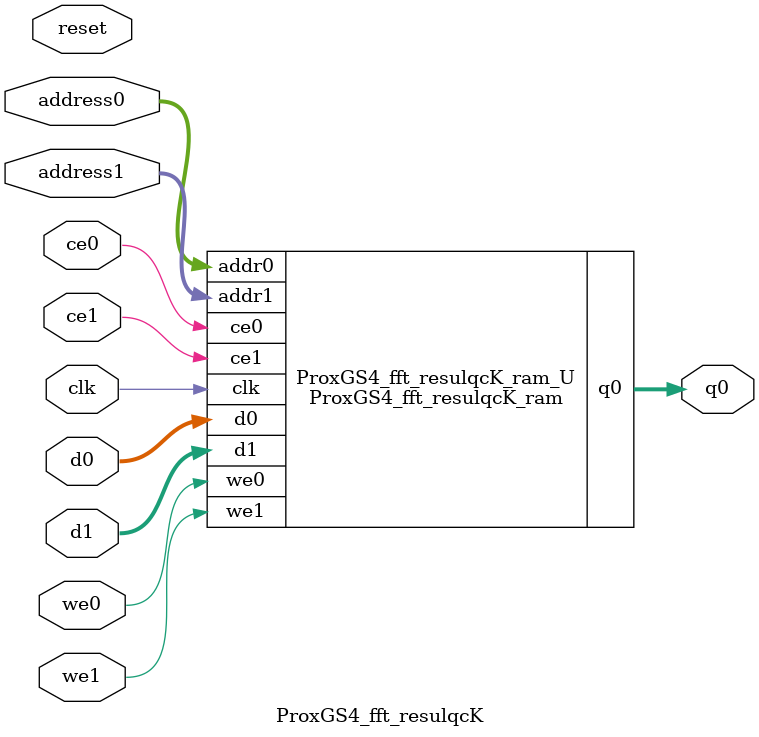
<source format=v>
`timescale 1 ns / 1 ps
module ProxGS4_fft_resulqcK_ram (addr0, ce0, d0, we0, q0, addr1, ce1, d1, we1,  clk);

parameter DWIDTH = 32;
parameter AWIDTH = 14;
parameter MEM_SIZE = 16384;

input[AWIDTH-1:0] addr0;
input ce0;
input[DWIDTH-1:0] d0;
input we0;
output reg[DWIDTH-1:0] q0;
input[AWIDTH-1:0] addr1;
input ce1;
input[DWIDTH-1:0] d1;
input we1;
input clk;

(* ram_style = "block" *)reg [DWIDTH-1:0] ram[0:MEM_SIZE-1];




always @(posedge clk)  
begin 
    if (ce0) begin
        if (we0) 
            ram[addr0] <= d0; 
        q0 <= ram[addr0];
    end
end


always @(posedge clk)  
begin 
    if (ce1) begin
        if (we1) 
            ram[addr1] <= d1; 
    end
end


endmodule

`timescale 1 ns / 1 ps
module ProxGS4_fft_resulqcK(
    reset,
    clk,
    address0,
    ce0,
    we0,
    d0,
    q0,
    address1,
    ce1,
    we1,
    d1);

parameter DataWidth = 32'd32;
parameter AddressRange = 32'd16384;
parameter AddressWidth = 32'd14;
input reset;
input clk;
input[AddressWidth - 1:0] address0;
input ce0;
input we0;
input[DataWidth - 1:0] d0;
output[DataWidth - 1:0] q0;
input[AddressWidth - 1:0] address1;
input ce1;
input we1;
input[DataWidth - 1:0] d1;



ProxGS4_fft_resulqcK_ram ProxGS4_fft_resulqcK_ram_U(
    .clk( clk ),
    .addr0( address0 ),
    .ce0( ce0 ),
    .we0( we0 ),
    .d0( d0 ),
    .q0( q0 ),
    .addr1( address1 ),
    .ce1( ce1 ),
    .we1( we1 ),
    .d1( d1 ));

endmodule


</source>
